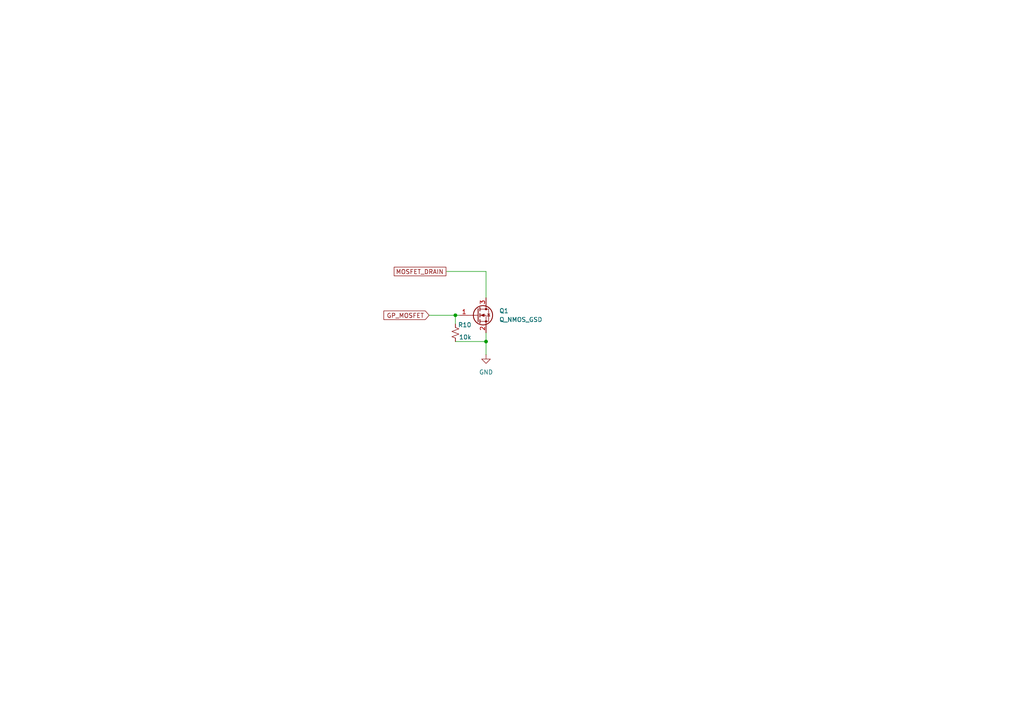
<source format=kicad_sch>
(kicad_sch (version 20250114) (generator "eeschema") (generator_version "9.0")
  (paper "A4")
  (lib_symbols
    (symbol "Device:R_Small_US" (pin_numbers (hide yes)) (pin_names (offset 0.254) (hide yes))
      (property "Reference" "R" (at 0.762 0.508 0))
      (property "Value" "R_Small_US" (at 0.762 -1.016 0))
      (symbol "R_Small_US_1_1"
        (polyline (pts (xy 0 1.524) (xy 1.016 1.143) (xy 0 0.762) (xy -1.016 0.381) (xy 0 0)))
        (polyline (pts (xy 0 0) (xy 1.016 -0.381) (xy 0 -0.762) (xy -1.016 -1.143) (xy 0 -1.524)))
        (pin passive line (at 0 2.54 270) (length 1.016) (name "~") (number "1"))
        (pin passive line (at 0 -2.54 90) (length 1.016) (name "~") (number "2"))
      )
    )
    (symbol "Transistor_FET:Q_NMOS_GSD" (pin_names (offset 0) (hide yes))
      (property "Reference" "Q" (at 5.08 1.905 0))
      (property "Value" "Q_NMOS_GSD" (at 5.08 0 0))
      (symbol "Q_NMOS_GSD_0_1"
        (polyline (pts (xy 0.254 1.905) (xy 0.254 -1.905)) (stroke (width 0.254)))
        (polyline (pts (xy 0.254 0) (xy -2.54 0)))
        (polyline (pts (xy 0.762 2.286) (xy 0.762 1.27)) (stroke (width 0.254)))
        (polyline (pts (xy 0.762 0.508) (xy 0.762 -0.508)) (stroke (width 0.254)))
        (polyline (pts (xy 0.762 -1.27) (xy 0.762 -2.286)) (stroke (width 0.254)))
        (polyline (pts (xy 0.762 -1.778) (xy 3.302 -1.778) (xy 3.302 1.778) (xy 0.762 1.778)))
        (polyline (pts (xy 1.016 0) (xy 2.032 0.381) (xy 2.032 -0.381) (xy 1.016 0)) (fill (type outline)))
        (circle (center 1.651 0) (radius 2.794) (stroke (width 0.254)))
        (polyline (pts (xy 2.54 2.54) (xy 2.54 1.778)))
        (circle (center 2.54 1.778) (radius 0.254) (fill (type outline)))
        (circle (center 2.54 -1.778) (radius 0.254) (fill (type outline)))
        (polyline (pts (xy 2.54 -2.54) (xy 2.54 0) (xy 0.762 0)))
        (polyline (pts (xy 2.921 0.381) (xy 3.683 0.381)))
        (polyline (pts (xy 3.302 0.381) (xy 2.921 -0.254) (xy 3.683 -0.254) (xy 3.302 0.381)))
      )
      (symbol "Q_NMOS_GSD_1_1"
        (pin input line (at -5.08 0 0) (length 2.54) (name "G") (number "1"))
        (pin passive line (at 2.54 5.08 270) (length 2.54) (name "D") (number "3"))
        (pin passive line (at 2.54 -5.08 90) (length 2.54) (name "S") (number "2"))
      )
    )
    (symbol "power:GND" (power) (pin_numbers (hide yes)) (pin_names (offset 0) (hide yes))
      (property "Value" "GND" (at 0 -3.81 0))
      (symbol "GND_0_1"
        (polyline (pts (xy 0 0) (xy 0 -1.27) (xy 1.27 -1.27) (xy 0 -2.54) (xy -1.27 -1.27) (xy 0 -1.27)))
      )
      (symbol "GND_1_1"
        (pin power_in line (at 0 0 270) (length 0) (name "~") (number "1"))
      )
    )
  )
  (junction (at 140.97 99.06))
  (junction (at 132.08 91.44))
  (wire (pts (xy 140.97 99.06) (xy 140.97 102.87)))
  (wire (pts (xy 129.54 78.74) (xy 140.97 78.74)))
  (wire (pts (xy 132.08 91.44) (xy 133.35 91.44)))
  (wire (pts (xy 132.08 91.44) (xy 132.08 93.98)))
  (wire (pts (xy 124.46 91.44) (xy 132.08 91.44)))
  (wire (pts (xy 140.97 96.52) (xy 140.97 99.06)))
  (wire (pts (xy 140.97 86.36) (xy 140.97 78.74)))
  (wire (pts (xy 132.08 99.06) (xy 140.97 99.06)))
  (global_label "MOSFET_DRAIN" (shape passive) (at 114.3 78.74 0) (property "Intersheetrefs" "${INTERSHEET_REFS}" (effects (hide yes))))
  (global_label "GP_MOSFET" (shape input) (at 124.46 91.44 180) (property "Intersheetrefs" "${INTERSHEET_REFS}" (effects (hide yes))))
  (symbol (lib_id "power:GND") (at 140.97 102.87 0) (unit 1)
    (property "Reference" "#PWR024" (effects (hide yes)))
    (property "Value" "GND" (at 140.97 107.95 0))
    (property "Description" "Power symbol creates a global label with name \"GND\" , ground" (effects (hide yes)))
  )
  (symbol (lib_id "Transistor_FET:Q_NMOS_GSD") (at 138.43 91.44 0) (unit 1)
    (property "Reference" "Q1" (at 144.78 90.1699 0) (effects (justify left)))
    (property "Value" "Q_NMOS_GSD" (at 144.78 92.7099 0) (effects (justify left)))
    (property "Datasheet" "https://www.digikey.com.br/en/products/detail/diodes-incorporated/DMN2600UFB-7/4249927?s=N4IgTCBcDaICIFkByYBsAGdBVAYgIQFoB2EAXQF8g" (effects (hide yes)))
    (property "Description" "N-MOSFET transistor, gate/source/drain" (effects (hide yes)))
  )
  (symbol (lib_id "Device:R_Small_US") (at 132.08 96.52 0) (unit 1)
    (property "Reference" "R10" (at 132.842 94.234 0) (effects (justify left)))
    (property "Value" "10k" (at 133.096 97.79 0) (effects (justify left)))
    (property "Footprint" "Resistor_SMD:R_0402_1005Metric" (effects (hide yes)))
    (property "Datasheet" "https://www.digikey.com.br/pt/products/detail/koa-speer-electronics-inc/RK73H1JTTD1002F/9844954" (effects (hide yes)))
    (property "Description" "Resistor, small US symbol" (effects (hide yes)))
  )
)
</source>
